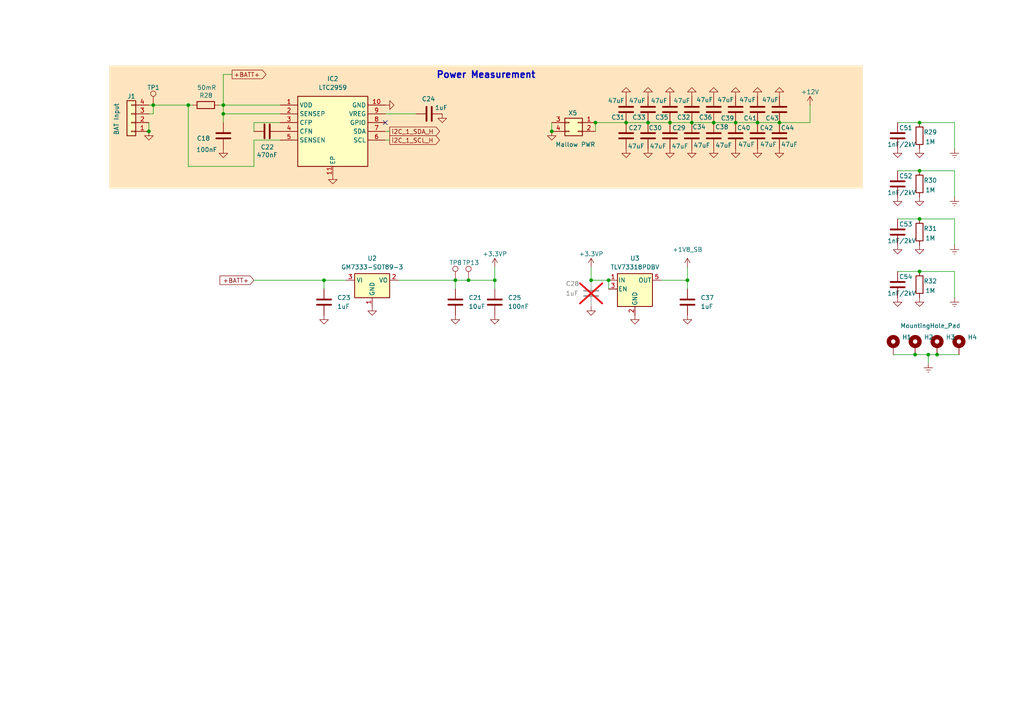
<source format=kicad_sch>
(kicad_sch (version 20231120) (generator "eeschema") (generator_version "8.0")
  (paper "A4")
  (lib_symbols
    (symbol "Connector:TestPoint" (pin_numbers hide) (pin_names (offset 0.762) hide)
      (property "Reference" "TP" (at 0 6.858 0))
      (property "Value" "TestPoint" (at 0 5.08 0))
      (symbol "TestPoint_0_1"
        (circle (center 0 3.302) (radius 0.762))
      )
      (symbol "TestPoint_1_1"
        (pin passive line (at 0 0 90) (length 2.54) (name "1") (number "1"))
      )
    )
    (symbol "Connector_Generic:Conn_01x04" (pin_names (offset 1.016) hide)
      (property "Reference" "J" (at 0 5.08 0))
      (property "Value" "Conn_01x04" (at 0 -7.62 0))
      (symbol "Conn_01x04_1_1"
        (rectangle (start -1.27 -4.953) (end 0 -5.207) (stroke (width 0.1524)))
        (rectangle (start -1.27 -2.413) (end 0 -2.667) (stroke (width 0.1524)))
        (rectangle (start -1.27 0.127) (end 0 -0.127) (stroke (width 0.1524)))
        (rectangle (start -1.27 2.667) (end 0 2.413) (stroke (width 0.1524)))
        (rectangle (start -1.27 3.81) (end 1.27 -6.35) (stroke (width 0.254)) (fill (type background)))
        (pin passive line (at -5.08 2.54 0) (length 3.81) (name "Pin_1") (number "1"))
        (pin passive line (at -5.08 0 0) (length 3.81) (name "Pin_2") (number "2"))
        (pin passive line (at -5.08 -2.54 0) (length 3.81) (name "Pin_3") (number "3"))
        (pin passive line (at -5.08 -5.08 0) (length 3.81) (name "Pin_4") (number "4"))
      )
    )
    (symbol "Connector_Generic:Conn_02x02_Top_Bottom" (pin_names (offset 1.016) hide)
      (property "Reference" "J" (at 1.27 2.54 0))
      (property "Value" "Conn_02x02_Top_Bottom" (at 1.27 -5.08 0))
      (symbol "Conn_02x02_Top_Bottom_1_1"
        (rectangle (start -1.27 -2.413) (end 0 -2.667) (stroke (width 0.1524)))
        (rectangle (start -1.27 0.127) (end 0 -0.127) (stroke (width 0.1524)))
        (rectangle (start -1.27 1.27) (end 3.81 -3.81) (stroke (width 0.254)) (fill (type background)))
        (rectangle (start 3.81 -2.413) (end 2.54 -2.667) (stroke (width 0.1524)))
        (rectangle (start 3.81 0.127) (end 2.54 -0.127) (stroke (width 0.1524)))
        (pin passive line (at -5.08 0 0) (length 3.81) (name "Pin_1") (number "1"))
        (pin passive line (at -5.08 -2.54 0) (length 3.81) (name "Pin_2") (number "2"))
        (pin passive line (at 7.62 0 180) (length 3.81) (name "Pin_3") (number "3"))
        (pin passive line (at 7.62 -2.54 180) (length 3.81) (name "Pin_4") (number "4"))
      )
    )
    (symbol "Device:C" (pin_numbers hide) (pin_names (offset 0.254))
      (property "Reference" "C" (at 0.635 2.54 0))
      (property "Value" "C" (at 0.635 -2.54 0))
      (symbol "C_0_1"
        (polyline (pts (xy -2.032 -0.762) (xy 2.032 -0.762)) (stroke (width 0.508)))
        (polyline (pts (xy -2.032 0.762) (xy 2.032 0.762)) (stroke (width 0.508)))
      )
      (symbol "C_1_1"
        (pin passive line (at 0 3.81 270) (length 2.794) (name "~") (number "1"))
        (pin passive line (at 0 -3.81 90) (length 2.794) (name "~") (number "2"))
      )
    )
    (symbol "Device:R" (pin_numbers hide) (pin_names (offset 0))
      (property "Reference" "R" (at 2.032 0 90))
      (property "Value" "R" (at 0 0 90))
      (symbol "R_0_1"
        (rectangle (start -1.016 -2.54) (end 1.016 2.54) (stroke (width 0.254)))
      )
      (symbol "R_1_1"
        (pin passive line (at 0 3.81 270) (length 1.27) (name "~") (number "1"))
        (pin passive line (at 0 -3.81 90) (length 1.27) (name "~") (number "2"))
      )
    )
    (symbol "LTC2959:LTC2959"
      (property "Reference" "IC2" (at 15.24 7.62 0))
      (property "Value" "LTC2959" (at 15.24 5.08 0))
      (symbol "LTC2959_1_1"
        (rectangle (start 5.08 2.54) (end 25.4 -17.78) (stroke (width 0.254)) (fill (type background)))
        (pin passive line (at 0 0 0) (length 5.08) (name "VDD") (number "1"))
        (pin passive line (at 30.48 0 180) (length 5.08) (name "GND") (number "10"))
        (pin passive line (at 15.24 -20.32 90) (length 2.54) (name "EP") (number "11"))
        (pin passive line (at 0 -2.54 0) (length 5.08) (name "SENSEP") (number "2"))
        (pin passive line (at 0 -5.08 0) (length 5.08) (name "CFP") (number "3"))
        (pin passive line (at 0 -7.62 0) (length 5.08) (name "CFN") (number "4"))
        (pin passive line (at 0 -10.16 0) (length 5.08) (name "SENSEN") (number "5"))
        (pin passive line (at 30.48 -10.16 180) (length 5.08) (name "SCL") (number "6"))
        (pin passive line (at 30.48 -7.62 180) (length 5.08) (name "SDA") (number "7"))
        (pin passive line (at 30.48 -5.08 180) (length 5.08) (name "GPIO") (number "8"))
        (pin passive line (at 30.48 -2.54 180) (length 5.08) (name "VREG") (number "9"))
      )
    )
    (symbol "Mechanical:MountingHole_Pad" (pin_numbers hide) (pin_names (offset 1.016) hide) (exclude_from_sim yes) (in_bom no)
      (property "Reference" "H" (at 0 6.35 0))
      (property "Value" "MountingHole_Pad" (at 0 4.445 0))
      (symbol "MountingHole_Pad_0_1"
        (circle (center 0 1.27) (radius 1.27) (stroke (width 1.27)))
      )
      (symbol "MountingHole_Pad_1_1"
        (pin input line (at 0 -2.54 90) (length 2.54) (name "1") (number "1"))
      )
    )
    (symbol "Regulator_Linear:NCP1117-3.3_SOT223"
      (property "Reference" "U" (at -3.81 3.175 0))
      (property "Value" "NCP1117-3.3_SOT223" (at 0 3.175 0))
      (symbol "NCP1117-3.3_SOT223_0_1"
        (rectangle (start -5.08 -5.08) (end 5.08 1.905) (stroke (width 0.254)) (fill (type background)))
      )
      (symbol "NCP1117-3.3_SOT223_1_1"
        (pin power_in line (at 0 -7.62 90) (length 2.54) (name "GND") (number "1"))
        (pin power_out line (at 7.62 0 180) (length 2.54) (name "VO") (number "2"))
        (pin power_in line (at -7.62 0 0) (length 2.54) (name "VI") (number "3"))
      )
    )
    (symbol "Regulator_Linear:TLV73318PDBV" (pin_names (offset 0.254))
      (property "Reference" "U" (at -3.81 5.715 0))
      (property "Value" "TLV73318PDBV" (at 0 5.715 0))
      (symbol "TLV73318PDBV_0_1"
        (rectangle (start -5.08 4.445) (end 5.08 -5.08) (stroke (width 0.254)) (fill (type background)))
      )
      (symbol "TLV73318PDBV_1_1"
        (pin power_in line (at -7.62 2.54 0) (length 2.54) (name "IN") (number "1"))
        (pin power_in line (at 0 -7.62 90) (length 2.54) (name "GND") (number "2"))
        (pin input line (at -7.62 0 0) (length 2.54) (name "EN") (number "3"))
        (pin no_connect line (at 5.08 0 180) (length 2.54) hide (name "NC") (number "4"))
        (pin power_out line (at 7.62 2.54 180) (length 2.54) (name "OUT") (number "5"))
      )
    )
    (symbol "power:+12V" (power) (pin_names (offset 0))
      (property "Value" "+12V" (at 0 3.556 0))
      (symbol "+12V_0_1"
        (polyline (pts (xy -0.762 1.27) (xy 0 2.54)))
        (polyline (pts (xy 0 0) (xy 0 2.54)))
        (polyline (pts (xy 0 2.54) (xy 0.762 1.27)))
      )
      (symbol "+12V_1_1"
        (pin power_in line (at 0 0 90) (length 0) hide (name "+12V") (number "1"))
      )
    )
    (symbol "power:+1V5" (power) (pin_numbers hide) (pin_names (offset 0) hide)
      (property "Value" "+1V5" (at 0 3.556 0))
      (symbol "+1V5_0_1"
        (polyline (pts (xy -0.762 1.27) (xy 0 2.54)))
        (polyline (pts (xy 0 0) (xy 0 2.54)))
        (polyline (pts (xy 0 2.54) (xy 0.762 1.27)))
      )
      (symbol "+1V5_1_1"
        (pin power_in line (at 0 0 90) (length 0) (name "~") (number "1"))
      )
    )
    (symbol "power:+3.3VP" (power) (pin_names (offset 0))
      (property "Value" "+3.3VP" (at 0 2.54 0))
      (symbol "+3.3VP_0_0"
        (pin power_in line (at 0 0 90) (length 0) hide (name "+3.3VP") (number "1"))
      )
      (symbol "+3.3VP_0_1"
        (polyline (pts (xy -0.762 1.27) (xy 0 2.54)))
        (polyline (pts (xy 0 0) (xy 0 2.54)))
        (polyline (pts (xy 0 2.54) (xy 0.762 1.27)))
      )
    )
    (symbol "power:GND" (power) (pin_names (offset 0))
      (property "Value" "GND" (at 0 -3.81 0))
      (symbol "GND_0_1"
        (polyline (pts (xy 0 0) (xy 0 -1.27) (xy 1.27 -1.27) (xy 0 -2.54) (xy -1.27 -1.27) (xy 0 -1.27)))
      )
      (symbol "GND_1_1"
        (pin power_in line (at 0 0 270) (length 0) hide (name "GND") (number "1"))
      )
    )
    (symbol "power:GNDREF" (power) (pin_numbers hide) (pin_names (offset 0) hide)
      (property "Value" "GNDREF" (at 0 -3.81 0))
      (symbol "GNDREF_0_1"
        (polyline (pts (xy -0.635 -1.905) (xy 0.635 -1.905)))
        (polyline (pts (xy -0.127 -2.54) (xy 0.127 -2.54)))
        (polyline (pts (xy 0 -1.27) (xy 0 0)))
        (polyline (pts (xy 1.27 -1.27) (xy -1.27 -1.27)))
      )
      (symbol "GNDREF_1_1"
        (pin power_in line (at 0 0 270) (length 0) (name "~") (number "1"))
      )
    )
  )
  (junction (at 265.43 102.87))
  (junction (at 64.77 33.02))
  (junction (at 266.7 78.74))
  (junction (at 172.72 35.56))
  (junction (at 181.61 35.56))
  (junction (at 207.01 35.56))
  (junction (at 93.98 81.28))
  (junction (at 219.71 35.56))
  (junction (at 266.7 35.56))
  (junction (at 176.53 81.28))
  (junction (at 266.7 63.5))
  (junction (at 44.45 30.48))
  (junction (at 194.31 35.56))
  (junction (at 43.18 38.1))
  (junction (at 160.02 38.1))
  (junction (at 64.77 30.48))
  (junction (at 187.96 35.56))
  (junction (at 269.24 102.87))
  (junction (at 200.66 35.56))
  (junction (at 199.39 81.28))
  (junction (at 171.45 81.28))
  (junction (at 54.61 30.48))
  (junction (at 143.51 81.28))
  (junction (at 132.08 81.28))
  (junction (at 266.7 49.53))
  (junction (at 271.78 102.87))
  (junction (at 135.89 81.28))
  (junction (at 226.06 35.56))
  (junction (at 213.36 35.56))
  (no_connect (at 111.76 35.56))
  (wire (pts (xy 64.77 30.48) (xy 81.28 30.48)))
  (wire (pts (xy 269.24 102.87) (xy 269.24 105.41)))
  (wire (pts (xy 171.45 81.28) (xy 176.53 81.28)))
  (wire (pts (xy 176.53 81.28) (xy 176.53 83.82)))
  (wire (pts (xy 260.35 78.74) (xy 266.7 78.74)))
  (wire (pts (xy 111.76 40.64) (xy 113.03 40.64)))
  (wire (pts (xy 187.96 35.56) (xy 194.31 35.56)))
  (wire (pts (xy 73.66 40.64) (xy 73.66 48.26)))
  (wire (pts (xy 160.02 35.56) (xy 160.02 38.1)))
  (wire (pts (xy 199.39 77.47) (xy 199.39 81.28)))
  (wire (pts (xy 43.18 30.48) (xy 44.45 30.48)))
  (wire (pts (xy 111.76 38.1) (xy 113.03 38.1)))
  (wire (pts (xy 276.86 35.56) (xy 276.86 43.18)))
  (wire (pts (xy 259.08 102.87) (xy 265.43 102.87)))
  (wire (pts (xy 64.77 33.02) (xy 64.77 35.56)))
  (wire (pts (xy 213.36 35.56) (xy 219.71 35.56)))
  (wire (pts (xy 260.35 49.53) (xy 266.7 49.53)))
  (wire (pts (xy 269.24 102.87) (xy 271.78 102.87)))
  (wire (pts (xy 44.45 30.48) (xy 54.61 30.48)))
  (wire (pts (xy 171.45 77.47) (xy 171.45 81.28)))
  (wire (pts (xy 276.86 49.53) (xy 276.86 57.15)))
  (wire (pts (xy 271.78 102.87) (xy 278.13 102.87)))
  (wire (pts (xy 266.7 78.74) (xy 276.86 78.74)))
  (wire (pts (xy 143.51 77.47) (xy 143.51 81.28)))
  (wire (pts (xy 226.06 35.56) (xy 234.95 35.56)))
  (wire (pts (xy 64.77 30.48) (xy 64.77 33.02)))
  (wire (pts (xy 93.98 83.82) (xy 93.98 81.28)))
  (wire (pts (xy 260.35 35.56) (xy 266.7 35.56)))
  (wire (pts (xy 73.66 81.28) (xy 93.98 81.28)))
  (wire (pts (xy 266.7 63.5) (xy 276.86 63.5)))
  (wire (pts (xy 266.7 49.53) (xy 276.86 49.53)))
  (wire (pts (xy 265.43 102.87) (xy 269.24 102.87)))
  (wire (pts (xy 64.77 33.02) (xy 81.28 33.02)))
  (wire (pts (xy 200.66 35.56) (xy 207.01 35.56)))
  (wire (pts (xy 143.51 81.28) (xy 143.51 83.82)))
  (wire (pts (xy 266.7 35.56) (xy 276.86 35.56)))
  (wire (pts (xy 276.86 63.5) (xy 276.86 71.12)))
  (wire (pts (xy 64.77 21.59) (xy 67.31 21.59)))
  (wire (pts (xy 172.72 35.56) (xy 172.72 38.1)))
  (wire (pts (xy 135.89 81.28) (xy 132.08 81.28)))
  (wire (pts (xy 181.61 35.56) (xy 187.96 35.56)))
  (wire (pts (xy 63.5 30.48) (xy 64.77 30.48)))
  (wire (pts (xy 132.08 83.82) (xy 132.08 81.28)))
  (wire (pts (xy 73.66 48.26) (xy 54.61 48.26)))
  (wire (pts (xy 73.66 35.56) (xy 73.66 38.1)))
  (wire (pts (xy 260.35 63.5) (xy 266.7 63.5)))
  (wire (pts (xy 81.28 35.56) (xy 73.66 35.56)))
  (wire (pts (xy 93.98 81.28) (xy 100.33 81.28)))
  (wire (pts (xy 54.61 48.26) (xy 54.61 30.48)))
  (wire (pts (xy 44.45 33.02) (xy 44.45 30.48)))
  (wire (pts (xy 194.31 35.56) (xy 200.66 35.56)))
  (wire (pts (xy 143.51 81.28) (xy 135.89 81.28)))
  (wire (pts (xy 43.18 35.56) (xy 43.18 38.1)))
  (wire (pts (xy 172.72 35.56) (xy 181.61 35.56)))
  (wire (pts (xy 54.61 30.48) (xy 55.88 30.48)))
  (wire (pts (xy 73.66 40.64) (xy 81.28 40.64)))
  (wire (pts (xy 234.95 30.48) (xy 234.95 35.56)))
  (wire (pts (xy 191.77 81.28) (xy 199.39 81.28)))
  (wire (pts (xy 115.57 81.28) (xy 132.08 81.28)))
  (wire (pts (xy 276.86 78.74) (xy 276.86 86.36)))
  (wire (pts (xy 199.39 83.82) (xy 199.39 81.28)))
  (wire (pts (xy 64.77 21.59) (xy 64.77 30.48)))
  (wire (pts (xy 219.71 35.56) (xy 226.06 35.56)))
  (wire (pts (xy 43.18 33.02) (xy 44.45 33.02)))
  (wire (pts (xy 207.01 35.56) (xy 213.36 35.56)))
  (wire (pts (xy 111.76 33.02) (xy 120.65 33.02)))
  (text_box "Power Measurement" (at 31.75 19.05 0) (size 218.44 35.56) (stroke (width 0) (color 255 229 191 1)) (fill (type color) (color 255 229 191 1)) (effects (font (size 1.905 1.905) (thickness 0.381) (bold yes)) (justify top)))
  (global_label "i2C_1_SDA_H" (shape output) (at 113.03 38.1 0) (property "Intersheetrefs" "${INTERSHEET_REFS}" (effects (hide yes))))
  (global_label "+BATT+" (shape input) (at 73.66 81.28 180) (property "Intersheetrefs" "${INTERSHEET_REFS}" (effects (hide yes))))
  (global_label "i2C_1_SCL_H" (shape output) (at 113.03 40.64 0) (property "Intersheetrefs" "${INTERSHEET_REFS}" (effects (hide yes))))
  (global_label "+BATT+" (shape output) (at 67.31 21.59 0) (property "Intersheetrefs" "${INTERSHEET_REFS}" (effects (hide yes))))
  (symbol (lib_id "power:+12V") (at 234.95 30.48 0) (unit 1)
    (property "Reference" "#PWR0101" (effects (hide yes)))
    (property "Value" "+12V" (at 234.95 26.67 0))
  )
  (symbol (lib_id "power:GND") (at 260.35 43.18 0) (mirror y) (unit 1)
    (property "Reference" "#PWR0102" (effects (hide yes)))
    (property "Value" "GND" (effects (hide yes)))
  )
  (symbol (lib_id "Device:C") (at 194.31 31.75 0) (mirror x) (unit 1)
    (property "Reference" "C35" (at 189.992 34.036 0) (effects (justify left)))
    (property "Value" "47uF" (at 188.722 29.21 0) (effects (justify left)))
    (property "Footprint" "Capacitor_SMD:C_1210_3225Metric" (effects (hide yes)))
    (property "Datasheet" "TMK325ABJ476MM" (effects (hide yes)))
    (property "Description" "TMK325ABJ476MM" (effects (hide yes)))
  )
  (symbol (lib_id "power:GND") (at 128.27 33.02 0) (mirror y) (unit 1)
    (property "Reference" "#PWR069" (effects (hide yes)))
    (property "Value" "GND" (effects (hide yes)))
  )
  (symbol (lib_id "Device:C") (at 64.77 39.37 0) (mirror y) (unit 1)
    (property "Reference" "C18" (at 60.96 40.132 0) (effects (justify left)))
    (property "Value" "100nF" (at 62.992 43.434 0) (effects (justify left)))
    (property "Footprint" "Capacitor_SMD:C_0603_1608Metric" (effects (hide yes)))
  )
  (symbol (lib_id "Device:C") (at 260.35 67.31 0) (mirror y) (unit 1)
    (property "Reference" "C53" (at 264.668 65.024 0) (effects (justify left)))
    (property "Value" "1nF/2kV" (at 265.684 69.85 0) (effects (justify left)))
    (property "Footprint" "Capacitor_SMD:C_1206_3216Metric" (effects (hide yes)))
    (property "Datasheet" "TMK325ABJ476MM" (effects (hide yes)))
    (property "Description" "TMK325ABJ476MM" (effects (hide yes)))
  )
  (symbol (lib_id "Device:C") (at 171.45 85.09 0) (unit 1) (dnp yes)
    (property "Reference" "C28" (at 164.084 82.296 0) (effects (justify left)))
    (property "Value" "1uF" (at 164.084 85.09 0) (effects (justify left)))
    (property "Footprint" "Capacitor_SMD:C_0603_1608Metric" (effects (hide yes)))
    (instances (project "" (path "" (reference "C28") (unit 1))) (project "dahlia_adapter" (path "" (reference "C?") (unit 1))))
  )
  (symbol (lib_id "power:GND") (at 207.01 43.18 0) (mirror y) (unit 1)
    (property "Reference" "#PWR085" (effects (hide yes)))
    (property "Value" "GND" (effects (hide yes)))
  )
  (symbol (lib_id "Regulator_Linear:TLV73318PDBV") (at 184.15 83.82 0) (unit 1)
    (property "Reference" "U3" (at 184.15 74.93 0))
    (property "Value" "TLV73318PDBV" (at 184.15 77.47 0))
    (property "Footprint" "Package_TO_SOT_SMD:SOT-23-5" (effects (hide yes)))
    (property "Datasheet" "http://www.ti.com/lit/ds/symlink/tlv733p.pdf" (effects (hide yes)))
    (property "Description" "300mA Capacitor-Free Low Dropout Voltage Regulator, Fixed Output 1.8V, SOT-23-5" (effects (hide yes)))
    (instances (project "" (path "" (reference "U3") (unit 1))) (project "" (path "" (reference "U?") (unit 1))))
  )
  (symbol (lib_id "Device:C") (at 226.06 39.37 0) (mirror y) (unit 1)
    (property "Reference" "C44" (at 230.378 37.084 0) (effects (justify left)))
    (property "Value" "47uF" (at 231.394 41.91 0) (effects (justify left)))
    (property "Footprint" "Capacitor_SMD:C_1210_3225Metric" (effects (hide yes)))
    (property "Datasheet" "TMK325ABJ476MM" (effects (hide yes)))
    (property "Description" "TMK325ABJ476MM" (effects (hide yes)))
  )
  (symbol (lib_id "Device:C") (at 143.51 87.63 0) (unit 1)
    (property "Reference" "C25" (at 147.32 86.3599 0) (effects (justify left)))
    (property "Value" "100nF" (at 147.32 88.8999 0) (effects (justify left)))
    (property "Footprint" "Capacitor_SMD:C_0603_1608Metric" (effects (hide yes)))
    (instances (project "" (path "" (reference "C25") (unit 1))) (project "dahlia_adapter" (path "" (reference "C?") (unit 1))))
  )
  (symbol (lib_id "Device:C") (at 260.35 53.34 0) (mirror y) (unit 1)
    (property "Reference" "C52" (at 264.668 51.054 0) (effects (justify left)))
    (property "Value" "1nF/2kV" (at 265.684 55.88 0) (effects (justify left)))
    (property "Footprint" "Capacitor_SMD:C_1206_3216Metric" (effects (hide yes)))
    (property "Datasheet" "TMK325ABJ476MM" (effects (hide yes)))
    (property "Description" "TMK325ABJ476MM" (effects (hide yes)))
  )
  (symbol (lib_id "Connector:TestPoint") (at 135.89 81.28 0) (unit 1)
    (property "Reference" "TP13" (at 134.112 76.2 0) (effects (justify left)))
    (property "Value" "TestPoint" (effects (hide yes)))
    (property "Footprint" "TestPoint:TestPoint_Pad_D2.0mm" (effects (hide yes)))
    (property "Description" "test point" (effects (hide yes)))
  )
  (symbol (lib_id "Device:R") (at 266.7 67.31 180) (unit 1)
    (property "Reference" "R31" (at 271.78 66.294 0) (effects (justify left)))
    (property "Value" "1M" (at 271.272 69.088 0) (effects (justify left)))
    (property "Footprint" "Resistor_SMD:R_1206_3216Metric" (effects (hide yes)))
  )
  (symbol (lib_id "power:GND") (at 160.02 38.1 0) (unit 1)
    (property "Reference" "#PWR072" (effects (hide yes)))
    (property "Value" "GND" (effects (hide yes)))
  )
  (symbol (lib_id "Mechanical:MountingHole_Pad") (at 271.78 100.33 0) (unit 1) (exclude_from_sim yes) (in_bom no)
    (property "Reference" "H3" (at 274.32 97.7899 0) (effects (justify left)))
    (property "Value" "MountingHole_Pad" (effects (hide yes)))
    (property "Footprint" "MountingHole:MountingHole_3.2mm_M3_ISO7380_Pad_TopBottom" (effects (hide yes)))
    (property "Description" "Mounting Hole with connection" (effects (hide yes)))
  )
  (symbol (lib_id "power:GND") (at 213.36 43.18 0) (mirror y) (unit 1)
    (property "Reference" "#PWR093" (effects (hide yes)))
    (property "Value" "GND" (effects (hide yes)))
  )
  (symbol (lib_id "Device:C") (at 194.31 39.37 0) (mirror y) (unit 1)
    (property "Reference" "C29" (at 198.882 37.084 0) (effects (justify left)))
    (property "Value" "47uF" (at 199.644 42.418 0) (effects (justify left)))
    (property "Footprint" "Capacitor_SMD:C_1210_3225Metric" (effects (hide yes)))
    (property "Datasheet" "TMK325ABJ476MM" (effects (hide yes)))
    (property "Description" "TMK325ABJ476MM" (effects (hide yes)))
  )
  (symbol (lib_id "power:GNDREF") (at 269.24 105.41 0) (unit 1)
    (property "Reference" "#PWR0110" (effects (hide yes)))
    (property "Value" "GND_CHASSIS" (effects (hide yes)))
    (property "Description" "Power symbol creates a global label with name \"GNDREF\" , reference supply ground" (effects (hide yes)))
  )
  (symbol (lib_id "Device:C") (at 219.71 31.75 0) (mirror x) (unit 1)
    (property "Reference" "C41" (at 215.646 34.29 0) (effects (justify left)))
    (property "Value" "47uF" (at 214.376 28.956 0) (effects (justify left)))
    (property "Footprint" "Capacitor_SMD:C_1210_3225Metric" (effects (hide yes)))
    (property "Datasheet" "TMK325ABJ476MM" (effects (hide yes)))
    (property "Description" "TMK325ABJ476MM" (effects (hide yes)))
  )
  (symbol (lib_id "Device:C") (at 213.36 31.75 0) (mirror x) (unit 1)
    (property "Reference" "C39" (at 209.042 34.29 0) (effects (justify left)))
    (property "Value" "47uF" (at 208.026 28.956 0) (effects (justify left)))
    (property "Footprint" "Capacitor_SMD:C_1210_3225Metric" (effects (hide yes)))
    (property "Datasheet" "TMK325ABJ476MM" (effects (hide yes)))
    (property "Description" "TMK325ABJ476MM" (effects (hide yes)))
  )
  (symbol (lib_id "power:GND") (at 226.06 27.94 0) (mirror x) (unit 1)
    (property "Reference" "#PWR096" (effects (hide yes)))
    (property "Value" "GND" (effects (hide yes)))
  )
  (symbol (lib_id "power:GND") (at 111.76 30.48 90) (mirror x) (unit 1)
    (property "Reference" "#PWR066" (effects (hide yes)))
    (property "Value" "GND" (effects (hide yes)))
  )
  (symbol (lib_id "Device:C") (at 207.01 31.75 0) (mirror x) (unit 1)
    (property "Reference" "C36" (at 202.692 34.036 0) (effects (justify left)))
    (property "Value" "47uF" (at 201.93 28.956 0) (effects (justify left)))
    (property "Footprint" "Capacitor_SMD:C_1210_3225Metric" (effects (hide yes)))
    (property "Datasheet" "TMK325ABJ476MM" (effects (hide yes)))
    (property "Description" "TMK325ABJ476MM" (effects (hide yes)))
  )
  (symbol (lib_id "power:GNDREF") (at 276.86 71.12 0) (unit 1)
    (property "Reference" "#PWR0113" (effects (hide yes)))
    (property "Value" "GND_CHASSIS" (effects (hide yes)))
    (property "Description" "Power symbol creates a global label with name \"GNDREF\" , reference supply ground" (effects (hide yes)))
  )
  (symbol (lib_id "Device:C") (at 124.46 33.02 90) (mirror x) (unit 1)
    (property "Reference" "C24" (at 126.238 28.702 90) (effects (justify left)))
    (property "Value" "1uF" (at 129.794 31.242 90) (effects (justify left)))
    (property "Footprint" "Capacitor_SMD:C_0603_1608Metric" (effects (hide yes)))
  )
  (symbol (lib_id "Device:C") (at 213.36 39.37 0) (mirror y) (unit 1)
    (property "Reference" "C40" (at 217.678 37.084 0) (effects (justify left)))
    (property "Value" "47uF" (at 218.948 41.91 0) (effects (justify left)))
    (property "Footprint" "Capacitor_SMD:C_1210_3225Metric" (effects (hide yes)))
    (property "Datasheet" "TMK325ABJ476MM" (effects (hide yes)))
    (property "Description" "TMK325ABJ476MM" (effects (hide yes)))
  )
  (symbol (lib_id "Device:C") (at 226.06 31.75 0) (mirror x) (unit 1)
    (property "Reference" "C43" (at 221.996 34.29 0) (effects (justify left)))
    (property "Value" "47uF" (at 220.98 28.956 0) (effects (justify left)))
    (property "Footprint" "Capacitor_SMD:C_1210_3225Metric" (effects (hide yes)))
    (property "Datasheet" "TMK325ABJ476MM" (effects (hide yes)))
    (property "Description" "TMK325ABJ476MM" (effects (hide yes)))
  )
  (symbol (lib_id "power:GND") (at 266.7 43.18 0) (unit 1)
    (property "Reference" "#PWR0106" (effects (hide yes)))
    (property "Value" "GND" (effects (hide yes)))
  )
  (symbol (lib_id "power:GND") (at 199.39 91.44 0) (unit 1)
    (property "Reference" "#PWR087" (effects (hide yes)))
    (property "Value" "GND" (effects (hide yes)))
    (instances (project "" (path "" (reference "#PWR087") (unit 1))) (project "dahlia_adapter" (path "" (reference "#PWR?") (unit 1))))
  )
  (symbol (lib_id "power:GNDREF") (at 276.86 57.15 0) (unit 1)
    (property "Reference" "#PWR0112" (effects (hide yes)))
    (property "Value" "GND_CHASSIS" (effects (hide yes)))
    (property "Description" "Power symbol creates a global label with name \"GNDREF\" , reference supply ground" (effects (hide yes)))
  )
  (symbol (lib_id "power:+3.3VP") (at 143.51 77.47 0) (unit 1)
    (property "Reference" "#PWR070" (effects (hide yes)))
    (property "Value" "+3.3VP" (at 143.51 73.66 0))
    (instances (project "" (path "" (reference "#PWR070") (unit 1))) (project "dahlia_adapter" (path "" (reference "#PWR?") (unit 1))))
  )
  (symbol (lib_id "power:GND") (at 187.96 43.18 0) (mirror y) (unit 1)
    (property "Reference" "#PWR078" (effects (hide yes)))
    (property "Value" "GND" (effects (hide yes)))
  )
  (symbol (lib_id "power:GND") (at 213.36 27.94 0) (mirror x) (unit 1)
    (property "Reference" "#PWR092" (effects (hide yes)))
    (property "Value" "GND" (effects (hide yes)))
  )
  (symbol (lib_id "power:GNDREF") (at 276.86 43.18 0) (unit 1)
    (property "Reference" "#PWR0111" (effects (hide yes)))
    (property "Value" "GND_CHASSIS" (effects (hide yes)))
    (property "Description" "Power symbol creates a global label with name \"GNDREF\" , reference supply ground" (effects (hide yes)))
  )
  (symbol (lib_id "power:GND") (at 266.7 71.12 0) (unit 1)
    (property "Reference" "#PWR0108" (effects (hide yes)))
    (property "Value" "GND" (effects (hide yes)))
  )
  (symbol (lib_id "power:GND") (at 171.45 88.9 0) (unit 1)
    (property "Reference" "#PWR076" (effects (hide yes)))
    (property "Value" "GND" (effects (hide yes)))
    (instances (project "" (path "" (reference "#PWR076") (unit 1))) (project "dahlia_adapter" (path "" (reference "#PWR?") (unit 1))))
  )
  (symbol (lib_id "power:GND") (at 93.98 91.44 0) (unit 1)
    (property "Reference" "#PWR063" (effects (hide yes)))
    (property "Value" "GND" (effects (hide yes)))
    (instances (project "" (path "" (reference "#PWR063") (unit 1))) (project "dahlia_adapter" (path "" (reference "#PWR?") (unit 1))))
  )
  (symbol (lib_id "Device:C") (at 181.61 39.37 0) (mirror y) (unit 1)
    (property "Reference" "C27" (at 186.182 37.084 0) (effects (justify left)))
    (property "Value" "47uF" (at 186.944 42.418 0) (effects (justify left)))
    (property "Footprint" "Capacitor_SMD:C_1210_3225Metric" (effects (hide yes)))
    (property "Datasheet" "TMK325ABJ476MM" (effects (hide yes)))
    (property "Description" "TMK325ABJ476MM" (effects (hide yes)))
  )
  (symbol (lib_id "Connector_Generic:Conn_02x02_Top_Bottom") (at 167.64 35.56 0) (mirror y) (unit 1)
    (property "Reference" "X5" (at 166.116 32.766 0))
    (property "Value" "Mallow PWR" (at 166.878 41.91 0))
    (property "Footprint" "Connector_PinHeader_2.54mm:PinHeader_2x02_P2.54mm_Vertical" (effects (hide yes)))
    (property "Description" "C32713275 - C5383103 - C18078211" (effects (hide yes)))
  )
  (symbol (lib_id "Device:C") (at 187.96 39.37 0) (mirror y) (unit 1)
    (property "Reference" "C30" (at 192.024 37.084 0) (effects (justify left)))
    (property "Value" "47uF" (at 193.294 42.418 0) (effects (justify left)))
    (property "Footprint" "Capacitor_SMD:C_1210_3225Metric" (effects (hide yes)))
    (property "Datasheet" "TMK325ABJ476MM" (effects (hide yes)))
    (property "Description" "TMK325ABJ476MM" (effects (hide yes)))
  )
  (symbol (lib_id "power:GND") (at 43.18 38.1 0) (unit 1)
    (property "Reference" "#PWR058" (effects (hide yes)))
    (property "Value" "GND" (effects (hide yes)))
  )
  (symbol (lib_id "LTC2959:LTC2959") (at 81.28 30.48 0) (unit 1)
    (property "Reference" "IC2" (at 96.52 22.86 0))
    (property "Value" "LTC2959" (at 96.52 25.4 0))
    (property "Footprint" "libs:SON50P200X300X80-11N-D" (effects (hide yes)))
    (property "Datasheet" "https://www.analog.com/media/en/technical-documentation/data-sheets/ltc2959.pdf" (effects (hide yes)))
    (property "Description" "n Programmable Deadband Prevents Charge Drift" (effects (hide yes)))
    (property "Height" "0.8" (effects (hide yes)))
    (property "Manufacturer_Name" "Analog Devices" (effects (hide yes)))
    (property "Manufacturer_Part_Number" "LTC2959" (effects (hide yes)))
    (property "Mouser Part Number" "N/A" (effects (hide yes)))
    (property "Mouser Price/Stock" "https://www.mouser.co.uk/ProductDetail/Analog-Devices/LTC2959?qs=Imq1NPwxi74VoHpy7vTxNQ%3D%3D" (effects (hide yes)))
  )
  (symbol (lib_id "Regulator_Linear:NCP1117-3.3_SOT223") (at 107.95 81.28 0) (unit 1)
    (property "Reference" "U2" (at 107.95 74.93 0))
    (property "Value" "GM7333-SOT89-3" (at 107.95 77.47 0))
    (property "Footprint" "Package_TO_SOT_SMD:SOT-89-3" (effects (hide yes)))
    (property "Description" "GM7333/SE8533K2/SE8633K2/SL7333-8/MD7680A33PA1" (effects (hide yes)))
  )
  (symbol (lib_id "power:GND") (at 219.71 27.94 0) (mirror x) (unit 1)
    (property "Reference" "#PWR094" (effects (hide yes)))
    (property "Value" "GND" (effects (hide yes)))
  )
  (symbol (lib_id "Device:C") (at 207.01 39.37 0) (mirror y) (unit 1)
    (property "Reference" "C38" (at 211.328 36.83 0) (effects (justify left)))
    (property "Value" "47uF" (at 212.344 42.164 0) (effects (justify left)))
    (property "Footprint" "Capacitor_SMD:C_1210_3225Metric" (effects (hide yes)))
    (property "Datasheet" "TMK325ABJ476MM" (effects (hide yes)))
    (property "Description" "TMK325ABJ476MM" (effects (hide yes)))
  )
  (symbol (lib_id "Connector:TestPoint") (at 132.08 81.28 0) (unit 1)
    (property "Reference" "TP8" (at 130.302 76.2 0) (effects (justify left)))
    (property "Value" "TestPoint" (effects (hide yes)))
    (property "Footprint" "TestPoint:TestPoint_Pad_D2.0mm" (effects (hide yes)))
    (property "Description" "test point" (effects (hide yes)))
  )
  (symbol (lib_id "Device:C") (at 219.71 39.37 0) (mirror y) (unit 1)
    (property "Reference" "C42" (at 224.282 37.084 0) (effects (justify left)))
    (property "Value" "47uF" (at 225.298 41.91 0) (effects (justify left)))
    (property "Footprint" "Capacitor_SMD:C_1210_3225Metric" (effects (hide yes)))
    (property "Datasheet" "TMK325ABJ476MM" (effects (hide yes)))
    (property "Description" "TMK325ABJ476MM" (effects (hide yes)))
  )
  (symbol (lib_id "Mechanical:MountingHole_Pad") (at 259.08 100.33 0) (unit 1) (exclude_from_sim yes) (in_bom no)
    (property "Reference" "H1" (at 261.62 97.7899 0) (effects (justify left)))
    (property "Value" "MountingHole_Pad" (at 261.112 94.488 0) (effects (justify left)))
    (property "Footprint" "MountingHole:MountingHole_3.2mm_M3_ISO7380_Pad_TopBottom" (effects (hide yes)))
    (property "Description" "Mounting Hole with connection" (effects (hide yes)))
  )
  (symbol (lib_id "power:GND") (at 260.35 57.15 0) (mirror y) (unit 1)
    (property "Reference" "#PWR0103" (effects (hide yes)))
    (property "Value" "GND" (effects (hide yes)))
  )
  (symbol (lib_id "power:GND") (at 219.71 43.18 0) (mirror y) (unit 1)
    (property "Reference" "#PWR095" (effects (hide yes)))
    (property "Value" "GND" (effects (hide yes)))
  )
  (symbol (lib_id "Connector_Generic:Conn_01x04") (at 38.1 35.56 180) (unit 1)
    (property "Reference" "J1" (at 38.1 27.94 0))
    (property "Value" "BAT Input" (at 33.782 34.544 90))
    (property "Footprint" "libs:46015-0403" (effects (hide yes)))
    (property "Description" "Generic connector, single row, 01x04, script generated (kicad-library-utils/schlib/autogen/connector/)" (effects (hide yes)))
  )
  (symbol (lib_id "Device:C") (at 260.35 39.37 0) (mirror y) (unit 1)
    (property "Reference" "C51" (at 264.668 37.084 0) (effects (justify left)))
    (property "Value" "1nF/2kV" (at 265.684 41.91 0) (effects (justify left)))
    (property "Footprint" "Capacitor_SMD:C_1206_3216Metric" (effects (hide yes)))
    (property "Datasheet" "TMK325ABJ476MM" (effects (hide yes)))
    (property "Description" "TMK325ABJ476MM" (effects (hide yes)))
  )
  (symbol (lib_id "Device:R") (at 266.7 82.55 180) (unit 1)
    (property "Reference" "R32" (at 271.78 81.534 0) (effects (justify left)))
    (property "Value" "1M" (at 271.272 84.328 0) (effects (justify left)))
    (property "Footprint" "Resistor_SMD:R_1206_3216Metric" (effects (hide yes)))
  )
  (symbol (lib_id "power:GND") (at 260.35 86.36 0) (mirror y) (unit 1)
    (property "Reference" "#PWR0105" (effects (hide yes)))
    (property "Value" "GND" (effects (hide yes)))
  )
  (symbol (lib_id "power:GND") (at 181.61 43.18 0) (mirror y) (unit 1)
    (property "Reference" "#PWR074" (effects (hide yes)))
    (property "Value" "GND" (effects (hide yes)))
  )
  (symbol (lib_id "power:GND") (at 107.95 88.9 0) (unit 1)
    (property "Reference" "#PWR067" (effects (hide yes)))
    (property "Value" "GND" (effects (hide yes)))
    (instances (project "" (path "" (reference "#PWR067") (unit 1))) (project "dahlia_adapter" (path "" (reference "#PWR?") (unit 1))))
  )
  (symbol (lib_id "power:GND") (at 187.96 27.94 0) (mirror x) (unit 1)
    (property "Reference" "#PWR082" (effects (hide yes)))
    (property "Value" "GND" (effects (hide yes)))
  )
  (symbol (lib_id "power:GND") (at 194.31 27.94 0) (mirror x) (unit 1)
    (property "Reference" "#PWR084" (effects (hide yes)))
    (property "Value" "GND" (effects (hide yes)))
  )
  (symbol (lib_id "power:GNDREF") (at 276.86 86.36 0) (unit 1)
    (property "Reference" "#PWR0114" (effects (hide yes)))
    (property "Value" "GND_CHASSIS" (effects (hide yes)))
    (property "Description" "Power symbol creates a global label with name \"GNDREF\" , reference supply ground" (effects (hide yes)))
  )
  (symbol (lib_id "Device:R") (at 266.7 39.37 180) (unit 1)
    (property "Reference" "R29" (at 271.78 38.354 0) (effects (justify left)))
    (property "Value" "1M" (at 271.272 41.148 0) (effects (justify left)))
    (property "Footprint" "Resistor_SMD:R_1206_3216Metric" (effects (hide yes)))
  )
  (symbol (lib_id "Device:C") (at 260.35 82.55 0) (mirror y) (unit 1)
    (property "Reference" "C54" (at 264.668 80.264 0) (effects (justify left)))
    (property "Value" "1nF/2kV" (at 265.684 85.09 0) (effects (justify left)))
    (property "Footprint" "Capacitor_SMD:C_1206_3216Metric" (effects (hide yes)))
    (property "Datasheet" "TMK325ABJ476MM" (effects (hide yes)))
    (property "Description" "TMK325ABJ476MM" (effects (hide yes)))
  )
  (symbol (lib_id "power:GND") (at 207.01 27.94 0) (mirror x) (unit 1)
    (property "Reference" "#PWR090" (effects (hide yes)))
    (property "Value" "GND" (effects (hide yes)))
  )
  (symbol (lib_id "power:GND") (at 96.52 50.8 0) (mirror y) (unit 1)
    (property "Reference" "#PWR065" (effects (hide yes)))
    (property "Value" "GND" (effects (hide yes)))
  )
  (symbol (lib_id "Mechanical:MountingHole_Pad") (at 265.43 100.33 0) (unit 1) (exclude_from_sim yes) (in_bom no)
    (property "Reference" "H2" (at 267.97 97.7899 0) (effects (justify left)))
    (property "Value" "MountingHole_Pad" (effects (hide yes)))
    (property "Footprint" "MountingHole:MountingHole_3.2mm_M3_ISO7380_Pad_TopBottom" (effects (hide yes)))
    (property "Description" "Mounting Hole with connection" (effects (hide yes)))
  )
  (symbol (lib_id "power:GND") (at 200.66 43.18 0) (mirror y) (unit 1)
    (property "Reference" "#PWR083" (effects (hide yes)))
    (property "Value" "GND" (effects (hide yes)))
  )
  (symbol (lib_id "power:GND") (at 132.08 91.44 0) (unit 1)
    (property "Reference" "#PWR068" (effects (hide yes)))
    (property "Value" "GND" (effects (hide yes)))
    (instances (project "" (path "" (reference "#PWR068") (unit 1))) (project "dahlia_adapter" (path "" (reference "#PWR?") (unit 1))))
  )
  (symbol (lib_id "power:+1V5") (at 199.39 77.47 0) (unit 1)
    (property "Reference" "#PWR086" (effects (hide yes)))
    (property "Value" "+1V8_SB" (at 199.39 72.39 0))
    (property "Description" "Power symbol creates a global label with name \"+1V5\"" (effects (hide yes)))
    (instances (project "" (path "" (reference "#PWR086") (unit 1))) (project "dahlia_adapter" (path "" (reference "#PWR?") (unit 1))))
  )
  (symbol (lib_id "Device:C") (at 200.66 39.37 0) (mirror y) (unit 1)
    (property "Reference" "C34" (at 204.724 36.83 0) (effects (justify left)))
    (property "Value" "47uF" (at 205.994 42.164 0) (effects (justify left)))
    (property "Footprint" "Capacitor_SMD:C_1210_3225Metric" (effects (hide yes)))
    (property "Datasheet" "TMK325ABJ476MM" (effects (hide yes)))
    (property "Description" "TMK325ABJ476MM" (effects (hide yes)))
  )
  (symbol (lib_id "power:GND") (at 184.15 91.44 0) (unit 1)
    (property "Reference" "#PWR081" (effects (hide yes)))
    (property "Value" "GND" (effects (hide yes)))
    (instances (project "" (path "" (reference "#PWR081") (unit 1))) (project "dahlia_adapter" (path "" (reference "#PWR?") (unit 1))))
  )
  (symbol (lib_id "Device:C") (at 77.47 38.1 90) (mirror x) (unit 1)
    (property "Reference" "C22" (at 79.502 42.672 90) (effects (justify left)))
    (property "Value" "470nF" (at 80.518 44.958 90) (effects (justify left)))
    (property "Footprint" "Capacitor_SMD:C_0603_1608Metric" (effects (hide yes)))
  )
  (symbol (lib_id "power:GND") (at 266.7 57.15 0) (unit 1)
    (property "Reference" "#PWR0107" (effects (hide yes)))
    (property "Value" "GND" (effects (hide yes)))
  )
  (symbol (lib_id "power:GND") (at 226.06 43.18 0) (mirror y) (unit 1)
    (property "Reference" "#PWR097" (effects (hide yes)))
    (property "Value" "GND" (effects (hide yes)))
  )
  (symbol (lib_id "Device:C") (at 132.08 87.63 0) (unit 1)
    (property "Reference" "C21" (at 135.89 86.3599 0) (effects (justify left)))
    (property "Value" "10uF" (at 135.89 88.8999 0) (effects (justify left)))
    (property "Footprint" "Capacitor_SMD:C_0603_1608Metric" (effects (hide yes)))
    (instances (project "" (path "" (reference "C21") (unit 1))) (project "dahlia_adapter" (path "" (reference "C?") (unit 1))))
  )
  (symbol (lib_id "power:GND") (at 200.66 27.94 0) (mirror x) (unit 1)
    (property "Reference" "#PWR088" (effects (hide yes)))
    (property "Value" "GND" (effects (hide yes)))
  )
  (symbol (lib_id "Device:C") (at 93.98 87.63 0) (unit 1)
    (property "Reference" "C23" (at 97.79 86.3599 0) (effects (justify left)))
    (property "Value" "1uF" (at 97.79 88.8999 0) (effects (justify left)))
    (property "Footprint" "Capacitor_SMD:C_0603_1608Metric" (effects (hide yes)))
    (instances (project "" (path "" (reference "C23") (unit 1))) (project "dahlia_adapter" (path "" (reference "C?") (unit 1))))
  )
  (symbol (lib_id "Device:C") (at 199.39 87.63 0) (unit 1)
    (property "Reference" "C37" (at 203.2 86.3599 0) (effects (justify left)))
    (property "Value" "1uF" (at 203.2 88.8999 0) (effects (justify left)))
    (property "Footprint" "Capacitor_SMD:C_0603_1608Metric" (effects (hide yes)))
    (instances (project "" (path "" (reference "C37") (unit 1))) (project "dahlia_adapter" (path "" (reference "C?") (unit 1))))
  )
  (symbol (lib_id "Device:C") (at 200.66 31.75 0) (mirror x) (unit 1)
    (property "Reference" "C32" (at 196.342 34.036 0) (effects (justify left)))
    (property "Value" "47uF" (at 195.326 29.21 0) (effects (justify left)))
    (property "Footprint" "Capacitor_SMD:C_1210_3225Metric" (effects (hide yes)))
    (property "Datasheet" "TMK325ABJ476MM" (effects (hide yes)))
    (property "Description" "TMK325ABJ476MM" (effects (hide yes)))
  )
  (symbol (lib_id "power:GND") (at 260.35 71.12 0) (mirror y) (unit 1)
    (property "Reference" "#PWR0104" (effects (hide yes)))
    (property "Value" "GND" (effects (hide yes)))
  )
  (symbol (lib_id "Device:R") (at 266.7 53.34 180) (unit 1)
    (property "Reference" "R30" (at 271.78 52.324 0) (effects (justify left)))
    (property "Value" "1M" (at 271.272 55.118 0) (effects (justify left)))
    (property "Footprint" "Resistor_SMD:R_1206_3216Metric" (effects (hide yes)))
  )
  (symbol (lib_id "power:GND") (at 181.61 27.94 0) (mirror x) (unit 1)
    (property "Reference" "#PWR079" (effects (hide yes)))
    (property "Value" "GND" (effects (hide yes)))
  )
  (symbol (lib_id "power:+3.3VP") (at 171.45 77.47 0) (unit 1)
    (property "Reference" "#PWR075" (effects (hide yes)))
    (property "Value" "+3.3VP" (at 171.45 73.66 0))
    (instances (project "" (path "" (reference "#PWR075") (unit 1))) (project "dahlia_adapter" (path "" (reference "#PWR?") (unit 1))))
  )
  (symbol (lib_id "Mechanical:MountingHole_Pad") (at 278.13 100.33 0) (unit 1) (exclude_from_sim yes) (in_bom no)
    (property "Reference" "H4" (at 280.67 97.7899 0) (effects (justify left)))
    (property "Value" "MountingHole_Pad" (effects (hide yes)))
    (property "Footprint" "MountingHole:MountingHole_3.2mm_M3_ISO7380_Pad_TopBottom" (effects (hide yes)))
    (property "Description" "Mounting Hole with connection" (effects (hide yes)))
  )
  (symbol (lib_id "Device:C") (at 181.61 31.75 0) (mirror x) (unit 1)
    (property "Reference" "C31" (at 177.292 34.036 0) (effects (justify left)))
    (property "Value" "47uF" (at 176.276 29.21 0) (effects (justify left)))
    (property "Footprint" "Capacitor_SMD:C_1210_3225Metric" (effects (hide yes)))
    (property "Datasheet" "TMK325ABJ476MM" (effects (hide yes)))
    (property "Description" "TMK325ABJ476MM" (effects (hide yes)))
  )
  (symbol (lib_id "Device:R") (at 59.69 30.48 90) (unit 1)
    (property "Reference" "R28" (at 61.722 27.686 90) (effects (justify left)))
    (property "Value" "50mR" (at 62.738 25.4 90) (effects (justify left)))
    (property "Footprint" "Resistor_SMD:R_2512_6332Metric" (effects (hide yes)))
    (property "Datasheet" "PCS2512DR0500ET" (effects (hide yes)))
  )
  (symbol (lib_id "Connector:TestPoint") (at 44.45 30.48 0) (unit 1)
    (property "Reference" "TP1" (at 42.672 25.4 0) (effects (justify left)))
    (property "Value" "TestPoint" (effects (hide yes)))
    (property "Footprint" "TestPoint:TestPoint_Pad_D2.0mm" (effects (hide yes)))
    (property "Description" "test point" (effects (hide yes)))
  )
  (symbol (lib_id "power:GND") (at 266.7 86.36 0) (unit 1)
    (property "Reference" "#PWR0109" (effects (hide yes)))
    (property "Value" "GND" (effects (hide yes)))
  )
  (symbol (lib_id "power:GND") (at 143.51 91.44 0) (unit 1)
    (property "Reference" "#PWR071" (effects (hide yes)))
    (property "Value" "GND" (effects (hide yes)))
    (instances (project "" (path "" (reference "#PWR071") (unit 1))) (project "dahlia_adapter" (path "" (reference "#PWR?") (unit 1))))
  )
  (symbol (lib_id "power:GND") (at 194.31 43.18 0) (mirror y) (unit 1)
    (property "Reference" "#PWR099" (effects (hide yes)))
    (property "Value" "GND" (effects (hide yes)))
  )
  (symbol (lib_id "Device:C") (at 187.96 31.75 0) (mirror x) (unit 1)
    (property "Reference" "C33" (at 183.388 34.036 0) (effects (justify left)))
    (property "Value" "47uF" (at 182.372 29.21 0) (effects (justify left)))
    (property "Footprint" "Capacitor_SMD:C_1210_3225Metric" (effects (hide yes)))
    (property "Datasheet" "TMK325ABJ476MM" (effects (hide yes)))
    (property "Description" "TMK325ABJ476MM" (effects (hide yes)))
  )
  (symbol (lib_id "power:GND") (at 64.77 43.18 0) (mirror y) (unit 1)
    (property "Reference" "#PWR060" (effects (hide yes)))
    (property "Value" "GND" (effects (hide yes)))
  )
)
</source>
